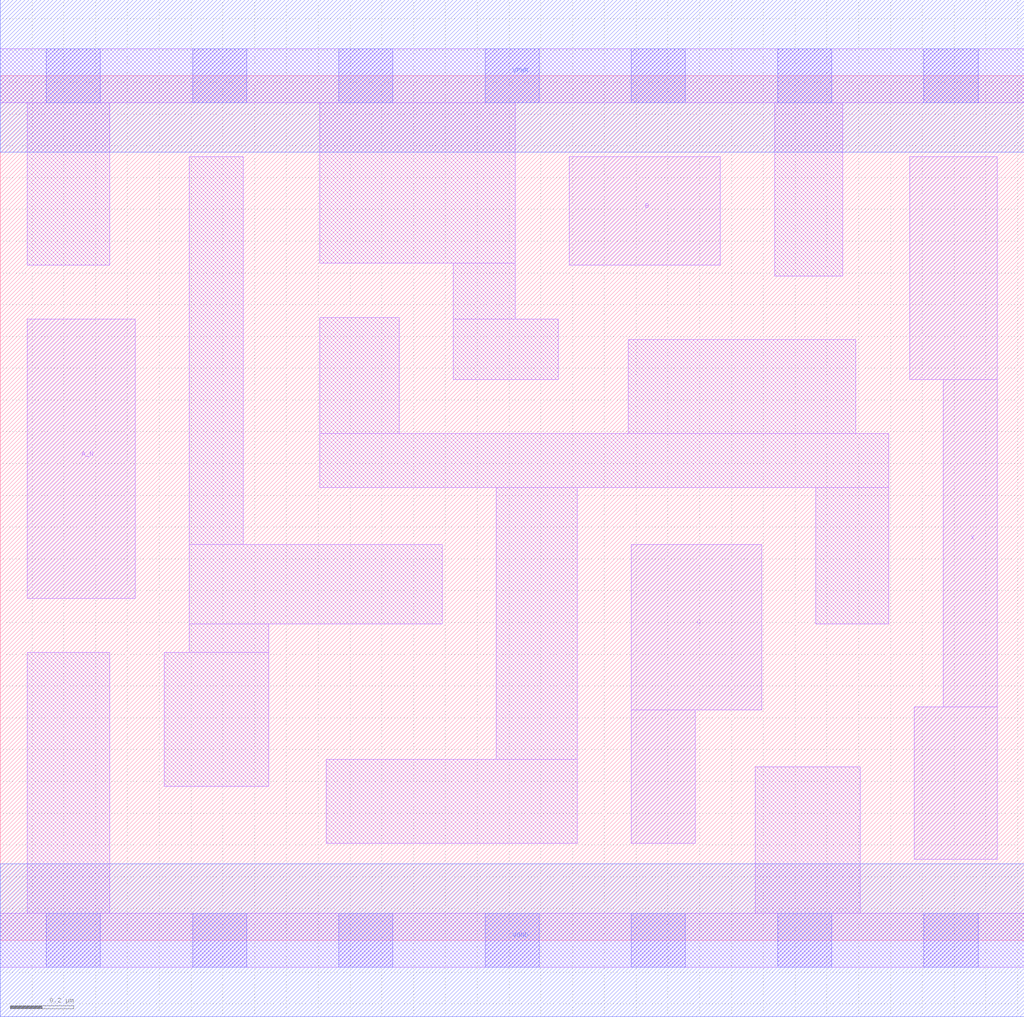
<source format=lef>
# Copyright 2020 The SkyWater PDK Authors
#
# Licensed under the Apache License, Version 2.0 (the "License");
# you may not use this file except in compliance with the License.
# You may obtain a copy of the License at
#
#     https://www.apache.org/licenses/LICENSE-2.0
#
# Unless required by applicable law or agreed to in writing, software
# distributed under the License is distributed on an "AS IS" BASIS,
# WITHOUT WARRANTIES OR CONDITIONS OF ANY KIND, either express or implied.
# See the License for the specific language governing permissions and
# limitations under the License.
#
# SPDX-License-Identifier: Apache-2.0

VERSION 5.7 ;
  NAMESCASESENSITIVE ON ;
  NOWIREEXTENSIONATPIN ON ;
  DIVIDERCHAR "/" ;
  BUSBITCHARS "[]" ;
UNITS
  DATABASE MICRONS 200 ;
END UNITS
MACRO sky130_fd_sc_hd__and3b_1
  CLASS CORE ;
  FOREIGN sky130_fd_sc_hd__and3b_1 ;
  ORIGIN  0.000000  0.000000 ;
  SIZE  3.220000 BY  2.720000 ;
  SYMMETRY X Y R90 ;
  SITE unithd ;
  PIN A_N
    ANTENNAGATEAREA  0.126000 ;
    DIRECTION INPUT ;
    USE SIGNAL ;
    PORT
      LAYER li1 ;
        RECT 0.085000 1.075000 0.425000 1.955000 ;
    END
  END A_N
  PIN B
    ANTENNAGATEAREA  0.126000 ;
    DIRECTION INPUT ;
    USE SIGNAL ;
    PORT
      LAYER li1 ;
        RECT 1.790000 2.125000 2.265000 2.465000 ;
    END
  END B
  PIN C
    ANTENNAGATEAREA  0.126000 ;
    DIRECTION INPUT ;
    USE SIGNAL ;
    PORT
      LAYER li1 ;
        RECT 1.985000 0.305000 2.185000 0.725000 ;
        RECT 1.985000 0.725000 2.395000 1.245000 ;
    END
  END C
  PIN X
    ANTENNADIFFAREA  0.429000 ;
    DIRECTION OUTPUT ;
    USE SIGNAL ;
    PORT
      LAYER li1 ;
        RECT 2.860000 1.765000 3.135000 2.465000 ;
        RECT 2.875000 0.255000 3.135000 0.735000 ;
        RECT 2.965000 0.735000 3.135000 1.765000 ;
    END
  END X
  PIN VGND
    DIRECTION INOUT ;
    SHAPE ABUTMENT ;
    USE GROUND ;
    PORT
      LAYER met1 ;
        RECT 0.000000 -0.240000 3.220000 0.240000 ;
    END
  END VGND
  PIN VPWR
    DIRECTION INOUT ;
    SHAPE ABUTMENT ;
    USE POWER ;
    PORT
      LAYER met1 ;
        RECT 0.000000 2.480000 3.220000 2.960000 ;
    END
  END VPWR
  OBS
    LAYER li1 ;
      RECT 0.000000 -0.085000 3.220000 0.085000 ;
      RECT 0.000000  2.635000 3.220000 2.805000 ;
      RECT 0.085000  0.085000 0.345000 0.905000 ;
      RECT 0.085000  2.125000 0.345000 2.635000 ;
      RECT 0.515000  0.485000 0.845000 0.905000 ;
      RECT 0.595000  0.905000 0.845000 0.995000 ;
      RECT 0.595000  0.995000 1.390000 1.245000 ;
      RECT 0.595000  1.245000 0.765000 2.465000 ;
      RECT 1.005000  1.425000 2.795000 1.595000 ;
      RECT 1.005000  1.595000 1.255000 1.960000 ;
      RECT 1.005000  2.130000 1.620000 2.635000 ;
      RECT 1.025000  0.305000 1.815000 0.570000 ;
      RECT 1.425000  1.765000 1.755000 1.955000 ;
      RECT 1.425000  1.955000 1.620000 2.130000 ;
      RECT 1.560000  0.570000 1.815000 1.425000 ;
      RECT 1.975000  1.595000 2.690000 1.890000 ;
      RECT 2.375000  0.085000 2.705000 0.545000 ;
      RECT 2.435000  2.090000 2.650000 2.635000 ;
      RECT 2.565000  0.995000 2.795000 1.425000 ;
    LAYER mcon ;
      RECT 0.145000 -0.085000 0.315000 0.085000 ;
      RECT 0.145000  2.635000 0.315000 2.805000 ;
      RECT 0.605000 -0.085000 0.775000 0.085000 ;
      RECT 0.605000  2.635000 0.775000 2.805000 ;
      RECT 1.065000 -0.085000 1.235000 0.085000 ;
      RECT 1.065000  2.635000 1.235000 2.805000 ;
      RECT 1.525000 -0.085000 1.695000 0.085000 ;
      RECT 1.525000  2.635000 1.695000 2.805000 ;
      RECT 1.985000 -0.085000 2.155000 0.085000 ;
      RECT 1.985000  2.635000 2.155000 2.805000 ;
      RECT 2.445000 -0.085000 2.615000 0.085000 ;
      RECT 2.445000  2.635000 2.615000 2.805000 ;
      RECT 2.905000 -0.085000 3.075000 0.085000 ;
      RECT 2.905000  2.635000 3.075000 2.805000 ;
  END
END sky130_fd_sc_hd__and3b_1
END LIBRARY

</source>
